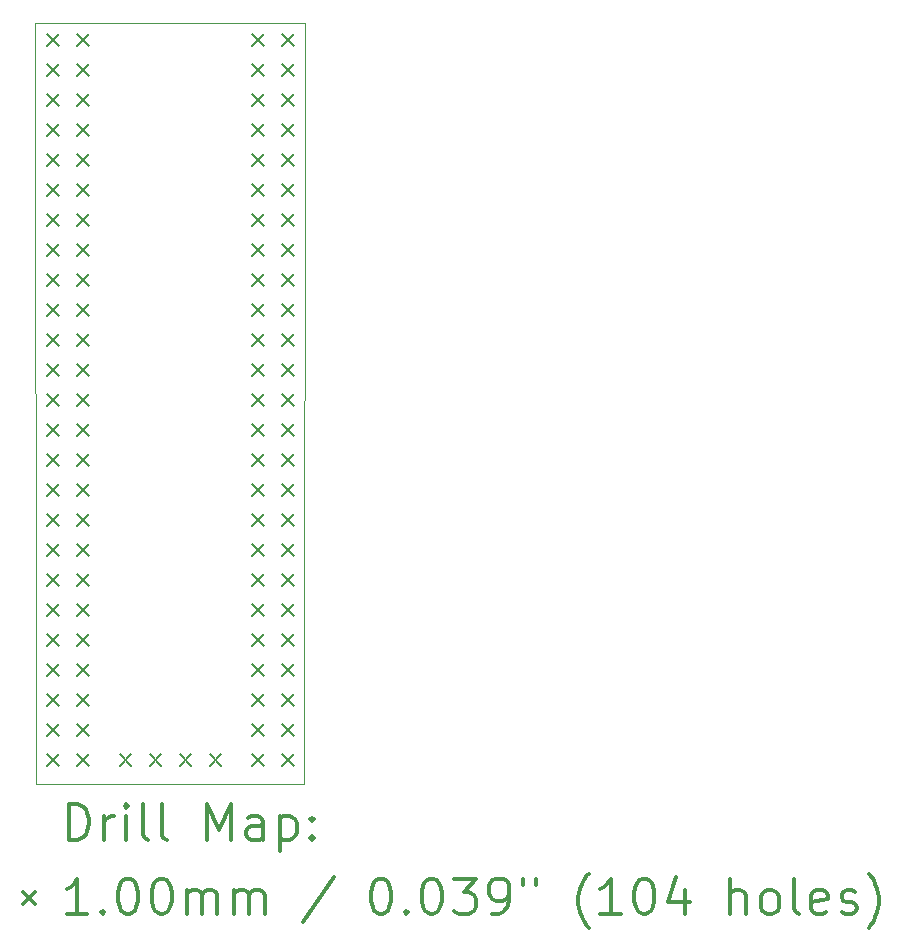
<source format=gbr>
%FSLAX45Y45*%
G04 Gerber Fmt 4.5, Leading zero omitted, Abs format (unit mm)*
G04 Created by KiCad (PCBNEW (5.1.9)-1) date 2021-07-31 16:05:13*
%MOMM*%
%LPD*%
G01*
G04 APERTURE LIST*
%TA.AperFunction,Profile*%
%ADD10C,0.050000*%
%TD*%
%ADD11C,0.200000*%
%ADD12C,0.300000*%
G04 APERTURE END LIST*
D10*
X13875512Y-10427208D02*
X13880592Y-10427208D01*
X13875512Y-10211308D02*
X13875512Y-10427208D01*
X13871448Y-3978148D02*
X13875512Y-10211308D01*
X16150336Y-3978656D02*
X13871448Y-3978148D01*
X16148304Y-10426700D02*
X16150336Y-3978656D01*
X13880592Y-10427208D02*
X16148304Y-10426700D01*
D11*
X13970292Y-4075976D02*
X14070292Y-4175976D01*
X14070292Y-4075976D02*
X13970292Y-4175976D01*
X13970292Y-4329976D02*
X14070292Y-4429976D01*
X14070292Y-4329976D02*
X13970292Y-4429976D01*
X13970292Y-4583976D02*
X14070292Y-4683976D01*
X14070292Y-4583976D02*
X13970292Y-4683976D01*
X13970292Y-4837976D02*
X14070292Y-4937976D01*
X14070292Y-4837976D02*
X13970292Y-4937976D01*
X13970292Y-5091976D02*
X14070292Y-5191976D01*
X14070292Y-5091976D02*
X13970292Y-5191976D01*
X13970292Y-5345976D02*
X14070292Y-5445976D01*
X14070292Y-5345976D02*
X13970292Y-5445976D01*
X13970292Y-5599976D02*
X14070292Y-5699976D01*
X14070292Y-5599976D02*
X13970292Y-5699976D01*
X13970292Y-5853976D02*
X14070292Y-5953976D01*
X14070292Y-5853976D02*
X13970292Y-5953976D01*
X13970292Y-6107976D02*
X14070292Y-6207976D01*
X14070292Y-6107976D02*
X13970292Y-6207976D01*
X13970292Y-6361976D02*
X14070292Y-6461976D01*
X14070292Y-6361976D02*
X13970292Y-6461976D01*
X13970292Y-6615976D02*
X14070292Y-6715976D01*
X14070292Y-6615976D02*
X13970292Y-6715976D01*
X13970292Y-6869976D02*
X14070292Y-6969976D01*
X14070292Y-6869976D02*
X13970292Y-6969976D01*
X13970292Y-7123976D02*
X14070292Y-7223976D01*
X14070292Y-7123976D02*
X13970292Y-7223976D01*
X13970292Y-7377976D02*
X14070292Y-7477976D01*
X14070292Y-7377976D02*
X13970292Y-7477976D01*
X13970292Y-7631976D02*
X14070292Y-7731976D01*
X14070292Y-7631976D02*
X13970292Y-7731976D01*
X13970292Y-7885976D02*
X14070292Y-7985976D01*
X14070292Y-7885976D02*
X13970292Y-7985976D01*
X13970292Y-8139976D02*
X14070292Y-8239976D01*
X14070292Y-8139976D02*
X13970292Y-8239976D01*
X13970292Y-8393976D02*
X14070292Y-8493976D01*
X14070292Y-8393976D02*
X13970292Y-8493976D01*
X13970292Y-8647976D02*
X14070292Y-8747976D01*
X14070292Y-8647976D02*
X13970292Y-8747976D01*
X13970292Y-8901976D02*
X14070292Y-9001976D01*
X14070292Y-8901976D02*
X13970292Y-9001976D01*
X13970292Y-9155976D02*
X14070292Y-9255976D01*
X14070292Y-9155976D02*
X13970292Y-9255976D01*
X13970292Y-9409976D02*
X14070292Y-9509976D01*
X14070292Y-9409976D02*
X13970292Y-9509976D01*
X13970292Y-9663976D02*
X14070292Y-9763976D01*
X14070292Y-9663976D02*
X13970292Y-9763976D01*
X13970292Y-9917976D02*
X14070292Y-10017976D01*
X14070292Y-9917976D02*
X13970292Y-10017976D01*
X13970292Y-10171976D02*
X14070292Y-10271976D01*
X14070292Y-10171976D02*
X13970292Y-10271976D01*
X14224292Y-4075976D02*
X14324292Y-4175976D01*
X14324292Y-4075976D02*
X14224292Y-4175976D01*
X14224292Y-4329976D02*
X14324292Y-4429976D01*
X14324292Y-4329976D02*
X14224292Y-4429976D01*
X14224292Y-4583976D02*
X14324292Y-4683976D01*
X14324292Y-4583976D02*
X14224292Y-4683976D01*
X14224292Y-4837976D02*
X14324292Y-4937976D01*
X14324292Y-4837976D02*
X14224292Y-4937976D01*
X14224292Y-5091976D02*
X14324292Y-5191976D01*
X14324292Y-5091976D02*
X14224292Y-5191976D01*
X14224292Y-5345976D02*
X14324292Y-5445976D01*
X14324292Y-5345976D02*
X14224292Y-5445976D01*
X14224292Y-5599976D02*
X14324292Y-5699976D01*
X14324292Y-5599976D02*
X14224292Y-5699976D01*
X14224292Y-5853976D02*
X14324292Y-5953976D01*
X14324292Y-5853976D02*
X14224292Y-5953976D01*
X14224292Y-6107976D02*
X14324292Y-6207976D01*
X14324292Y-6107976D02*
X14224292Y-6207976D01*
X14224292Y-6361976D02*
X14324292Y-6461976D01*
X14324292Y-6361976D02*
X14224292Y-6461976D01*
X14224292Y-6615976D02*
X14324292Y-6715976D01*
X14324292Y-6615976D02*
X14224292Y-6715976D01*
X14224292Y-6869976D02*
X14324292Y-6969976D01*
X14324292Y-6869976D02*
X14224292Y-6969976D01*
X14224292Y-7123976D02*
X14324292Y-7223976D01*
X14324292Y-7123976D02*
X14224292Y-7223976D01*
X14224292Y-7377976D02*
X14324292Y-7477976D01*
X14324292Y-7377976D02*
X14224292Y-7477976D01*
X14224292Y-7631976D02*
X14324292Y-7731976D01*
X14324292Y-7631976D02*
X14224292Y-7731976D01*
X14224292Y-7885976D02*
X14324292Y-7985976D01*
X14324292Y-7885976D02*
X14224292Y-7985976D01*
X14224292Y-8139976D02*
X14324292Y-8239976D01*
X14324292Y-8139976D02*
X14224292Y-8239976D01*
X14224292Y-8393976D02*
X14324292Y-8493976D01*
X14324292Y-8393976D02*
X14224292Y-8493976D01*
X14224292Y-8647976D02*
X14324292Y-8747976D01*
X14324292Y-8647976D02*
X14224292Y-8747976D01*
X14224292Y-8901976D02*
X14324292Y-9001976D01*
X14324292Y-8901976D02*
X14224292Y-9001976D01*
X14224292Y-9155976D02*
X14324292Y-9255976D01*
X14324292Y-9155976D02*
X14224292Y-9255976D01*
X14224292Y-9409976D02*
X14324292Y-9509976D01*
X14324292Y-9409976D02*
X14224292Y-9509976D01*
X14224292Y-9663976D02*
X14324292Y-9763976D01*
X14324292Y-9663976D02*
X14224292Y-9763976D01*
X14224292Y-9917976D02*
X14324292Y-10017976D01*
X14324292Y-9917976D02*
X14224292Y-10017976D01*
X14224292Y-10171976D02*
X14324292Y-10271976D01*
X14324292Y-10171976D02*
X14224292Y-10271976D01*
X14583956Y-10171976D02*
X14683956Y-10271976D01*
X14683956Y-10171976D02*
X14583956Y-10271976D01*
X14837956Y-10171976D02*
X14937956Y-10271976D01*
X14937956Y-10171976D02*
X14837956Y-10271976D01*
X15091956Y-10171976D02*
X15191956Y-10271976D01*
X15191956Y-10171976D02*
X15091956Y-10271976D01*
X15345956Y-10171976D02*
X15445956Y-10271976D01*
X15445956Y-10171976D02*
X15345956Y-10271976D01*
X15704604Y-4075976D02*
X15804604Y-4175976D01*
X15804604Y-4075976D02*
X15704604Y-4175976D01*
X15704604Y-4329976D02*
X15804604Y-4429976D01*
X15804604Y-4329976D02*
X15704604Y-4429976D01*
X15704604Y-4583976D02*
X15804604Y-4683976D01*
X15804604Y-4583976D02*
X15704604Y-4683976D01*
X15704604Y-4837976D02*
X15804604Y-4937976D01*
X15804604Y-4837976D02*
X15704604Y-4937976D01*
X15704604Y-5091976D02*
X15804604Y-5191976D01*
X15804604Y-5091976D02*
X15704604Y-5191976D01*
X15704604Y-5345976D02*
X15804604Y-5445976D01*
X15804604Y-5345976D02*
X15704604Y-5445976D01*
X15704604Y-5599976D02*
X15804604Y-5699976D01*
X15804604Y-5599976D02*
X15704604Y-5699976D01*
X15704604Y-5853976D02*
X15804604Y-5953976D01*
X15804604Y-5853976D02*
X15704604Y-5953976D01*
X15704604Y-6107976D02*
X15804604Y-6207976D01*
X15804604Y-6107976D02*
X15704604Y-6207976D01*
X15704604Y-6361976D02*
X15804604Y-6461976D01*
X15804604Y-6361976D02*
X15704604Y-6461976D01*
X15704604Y-6615976D02*
X15804604Y-6715976D01*
X15804604Y-6615976D02*
X15704604Y-6715976D01*
X15704604Y-6869976D02*
X15804604Y-6969976D01*
X15804604Y-6869976D02*
X15704604Y-6969976D01*
X15704604Y-7123976D02*
X15804604Y-7223976D01*
X15804604Y-7123976D02*
X15704604Y-7223976D01*
X15704604Y-7377976D02*
X15804604Y-7477976D01*
X15804604Y-7377976D02*
X15704604Y-7477976D01*
X15704604Y-7631976D02*
X15804604Y-7731976D01*
X15804604Y-7631976D02*
X15704604Y-7731976D01*
X15704604Y-7885976D02*
X15804604Y-7985976D01*
X15804604Y-7885976D02*
X15704604Y-7985976D01*
X15704604Y-8139976D02*
X15804604Y-8239976D01*
X15804604Y-8139976D02*
X15704604Y-8239976D01*
X15704604Y-8393976D02*
X15804604Y-8493976D01*
X15804604Y-8393976D02*
X15704604Y-8493976D01*
X15704604Y-8647976D02*
X15804604Y-8747976D01*
X15804604Y-8647976D02*
X15704604Y-8747976D01*
X15704604Y-8901976D02*
X15804604Y-9001976D01*
X15804604Y-8901976D02*
X15704604Y-9001976D01*
X15704604Y-9155976D02*
X15804604Y-9255976D01*
X15804604Y-9155976D02*
X15704604Y-9255976D01*
X15704604Y-9409976D02*
X15804604Y-9509976D01*
X15804604Y-9409976D02*
X15704604Y-9509976D01*
X15704604Y-9663976D02*
X15804604Y-9763976D01*
X15804604Y-9663976D02*
X15704604Y-9763976D01*
X15704604Y-9917976D02*
X15804604Y-10017976D01*
X15804604Y-9917976D02*
X15704604Y-10017976D01*
X15704604Y-10171976D02*
X15804604Y-10271976D01*
X15804604Y-10171976D02*
X15704604Y-10271976D01*
X15958604Y-4075976D02*
X16058604Y-4175976D01*
X16058604Y-4075976D02*
X15958604Y-4175976D01*
X15958604Y-4329976D02*
X16058604Y-4429976D01*
X16058604Y-4329976D02*
X15958604Y-4429976D01*
X15958604Y-4583976D02*
X16058604Y-4683976D01*
X16058604Y-4583976D02*
X15958604Y-4683976D01*
X15958604Y-4837976D02*
X16058604Y-4937976D01*
X16058604Y-4837976D02*
X15958604Y-4937976D01*
X15958604Y-5091976D02*
X16058604Y-5191976D01*
X16058604Y-5091976D02*
X15958604Y-5191976D01*
X15958604Y-5345976D02*
X16058604Y-5445976D01*
X16058604Y-5345976D02*
X15958604Y-5445976D01*
X15958604Y-5599976D02*
X16058604Y-5699976D01*
X16058604Y-5599976D02*
X15958604Y-5699976D01*
X15958604Y-5853976D02*
X16058604Y-5953976D01*
X16058604Y-5853976D02*
X15958604Y-5953976D01*
X15958604Y-6107976D02*
X16058604Y-6207976D01*
X16058604Y-6107976D02*
X15958604Y-6207976D01*
X15958604Y-6361976D02*
X16058604Y-6461976D01*
X16058604Y-6361976D02*
X15958604Y-6461976D01*
X15958604Y-6615976D02*
X16058604Y-6715976D01*
X16058604Y-6615976D02*
X15958604Y-6715976D01*
X15958604Y-6869976D02*
X16058604Y-6969976D01*
X16058604Y-6869976D02*
X15958604Y-6969976D01*
X15958604Y-7123976D02*
X16058604Y-7223976D01*
X16058604Y-7123976D02*
X15958604Y-7223976D01*
X15958604Y-7377976D02*
X16058604Y-7477976D01*
X16058604Y-7377976D02*
X15958604Y-7477976D01*
X15958604Y-7631976D02*
X16058604Y-7731976D01*
X16058604Y-7631976D02*
X15958604Y-7731976D01*
X15958604Y-7885976D02*
X16058604Y-7985976D01*
X16058604Y-7885976D02*
X15958604Y-7985976D01*
X15958604Y-8139976D02*
X16058604Y-8239976D01*
X16058604Y-8139976D02*
X15958604Y-8239976D01*
X15958604Y-8393976D02*
X16058604Y-8493976D01*
X16058604Y-8393976D02*
X15958604Y-8493976D01*
X15958604Y-8647976D02*
X16058604Y-8747976D01*
X16058604Y-8647976D02*
X15958604Y-8747976D01*
X15958604Y-8901976D02*
X16058604Y-9001976D01*
X16058604Y-8901976D02*
X15958604Y-9001976D01*
X15958604Y-9155976D02*
X16058604Y-9255976D01*
X16058604Y-9155976D02*
X15958604Y-9255976D01*
X15958604Y-9409976D02*
X16058604Y-9509976D01*
X16058604Y-9409976D02*
X15958604Y-9509976D01*
X15958604Y-9663976D02*
X16058604Y-9763976D01*
X16058604Y-9663976D02*
X15958604Y-9763976D01*
X15958604Y-9917976D02*
X16058604Y-10017976D01*
X16058604Y-9917976D02*
X15958604Y-10017976D01*
X15958604Y-10171976D02*
X16058604Y-10271976D01*
X16058604Y-10171976D02*
X15958604Y-10271976D01*
D12*
X14155376Y-10895422D02*
X14155376Y-10595422D01*
X14226805Y-10595422D01*
X14269662Y-10609708D01*
X14298234Y-10638280D01*
X14312519Y-10666851D01*
X14326805Y-10723994D01*
X14326805Y-10766851D01*
X14312519Y-10823994D01*
X14298234Y-10852565D01*
X14269662Y-10881137D01*
X14226805Y-10895422D01*
X14155376Y-10895422D01*
X14455376Y-10895422D02*
X14455376Y-10695422D01*
X14455376Y-10752565D02*
X14469662Y-10723994D01*
X14483948Y-10709708D01*
X14512519Y-10695422D01*
X14541091Y-10695422D01*
X14641091Y-10895422D02*
X14641091Y-10695422D01*
X14641091Y-10595422D02*
X14626805Y-10609708D01*
X14641091Y-10623994D01*
X14655376Y-10609708D01*
X14641091Y-10595422D01*
X14641091Y-10623994D01*
X14826805Y-10895422D02*
X14798234Y-10881137D01*
X14783948Y-10852565D01*
X14783948Y-10595422D01*
X14983948Y-10895422D02*
X14955376Y-10881137D01*
X14941091Y-10852565D01*
X14941091Y-10595422D01*
X15326805Y-10895422D02*
X15326805Y-10595422D01*
X15426805Y-10809708D01*
X15526805Y-10595422D01*
X15526805Y-10895422D01*
X15798234Y-10895422D02*
X15798234Y-10738280D01*
X15783948Y-10709708D01*
X15755376Y-10695422D01*
X15698234Y-10695422D01*
X15669662Y-10709708D01*
X15798234Y-10881137D02*
X15769662Y-10895422D01*
X15698234Y-10895422D01*
X15669662Y-10881137D01*
X15655376Y-10852565D01*
X15655376Y-10823994D01*
X15669662Y-10795422D01*
X15698234Y-10781137D01*
X15769662Y-10781137D01*
X15798234Y-10766851D01*
X15941091Y-10695422D02*
X15941091Y-10995422D01*
X15941091Y-10709708D02*
X15969662Y-10695422D01*
X16026805Y-10695422D01*
X16055376Y-10709708D01*
X16069662Y-10723994D01*
X16083948Y-10752565D01*
X16083948Y-10838280D01*
X16069662Y-10866851D01*
X16055376Y-10881137D01*
X16026805Y-10895422D01*
X15969662Y-10895422D01*
X15941091Y-10881137D01*
X16212519Y-10866851D02*
X16226805Y-10881137D01*
X16212519Y-10895422D01*
X16198234Y-10881137D01*
X16212519Y-10866851D01*
X16212519Y-10895422D01*
X16212519Y-10709708D02*
X16226805Y-10723994D01*
X16212519Y-10738280D01*
X16198234Y-10723994D01*
X16212519Y-10709708D01*
X16212519Y-10738280D01*
X13768948Y-11339708D02*
X13868948Y-11439708D01*
X13868948Y-11339708D02*
X13768948Y-11439708D01*
X14312519Y-11525422D02*
X14141091Y-11525422D01*
X14226805Y-11525422D02*
X14226805Y-11225422D01*
X14198234Y-11268279D01*
X14169662Y-11296851D01*
X14141091Y-11311137D01*
X14441091Y-11496851D02*
X14455376Y-11511137D01*
X14441091Y-11525422D01*
X14426805Y-11511137D01*
X14441091Y-11496851D01*
X14441091Y-11525422D01*
X14641091Y-11225422D02*
X14669662Y-11225422D01*
X14698234Y-11239708D01*
X14712519Y-11253994D01*
X14726805Y-11282565D01*
X14741091Y-11339708D01*
X14741091Y-11411137D01*
X14726805Y-11468279D01*
X14712519Y-11496851D01*
X14698234Y-11511137D01*
X14669662Y-11525422D01*
X14641091Y-11525422D01*
X14612519Y-11511137D01*
X14598234Y-11496851D01*
X14583948Y-11468279D01*
X14569662Y-11411137D01*
X14569662Y-11339708D01*
X14583948Y-11282565D01*
X14598234Y-11253994D01*
X14612519Y-11239708D01*
X14641091Y-11225422D01*
X14926805Y-11225422D02*
X14955376Y-11225422D01*
X14983948Y-11239708D01*
X14998234Y-11253994D01*
X15012519Y-11282565D01*
X15026805Y-11339708D01*
X15026805Y-11411137D01*
X15012519Y-11468279D01*
X14998234Y-11496851D01*
X14983948Y-11511137D01*
X14955376Y-11525422D01*
X14926805Y-11525422D01*
X14898234Y-11511137D01*
X14883948Y-11496851D01*
X14869662Y-11468279D01*
X14855376Y-11411137D01*
X14855376Y-11339708D01*
X14869662Y-11282565D01*
X14883948Y-11253994D01*
X14898234Y-11239708D01*
X14926805Y-11225422D01*
X15155376Y-11525422D02*
X15155376Y-11325422D01*
X15155376Y-11353994D02*
X15169662Y-11339708D01*
X15198234Y-11325422D01*
X15241091Y-11325422D01*
X15269662Y-11339708D01*
X15283948Y-11368279D01*
X15283948Y-11525422D01*
X15283948Y-11368279D02*
X15298234Y-11339708D01*
X15326805Y-11325422D01*
X15369662Y-11325422D01*
X15398234Y-11339708D01*
X15412519Y-11368279D01*
X15412519Y-11525422D01*
X15555376Y-11525422D02*
X15555376Y-11325422D01*
X15555376Y-11353994D02*
X15569662Y-11339708D01*
X15598234Y-11325422D01*
X15641091Y-11325422D01*
X15669662Y-11339708D01*
X15683948Y-11368279D01*
X15683948Y-11525422D01*
X15683948Y-11368279D02*
X15698234Y-11339708D01*
X15726805Y-11325422D01*
X15769662Y-11325422D01*
X15798234Y-11339708D01*
X15812519Y-11368279D01*
X15812519Y-11525422D01*
X16398234Y-11211137D02*
X16141091Y-11596851D01*
X16783948Y-11225422D02*
X16812519Y-11225422D01*
X16841091Y-11239708D01*
X16855376Y-11253994D01*
X16869662Y-11282565D01*
X16883948Y-11339708D01*
X16883948Y-11411137D01*
X16869662Y-11468279D01*
X16855376Y-11496851D01*
X16841091Y-11511137D01*
X16812519Y-11525422D01*
X16783948Y-11525422D01*
X16755376Y-11511137D01*
X16741091Y-11496851D01*
X16726805Y-11468279D01*
X16712519Y-11411137D01*
X16712519Y-11339708D01*
X16726805Y-11282565D01*
X16741091Y-11253994D01*
X16755376Y-11239708D01*
X16783948Y-11225422D01*
X17012519Y-11496851D02*
X17026805Y-11511137D01*
X17012519Y-11525422D01*
X16998234Y-11511137D01*
X17012519Y-11496851D01*
X17012519Y-11525422D01*
X17212519Y-11225422D02*
X17241091Y-11225422D01*
X17269662Y-11239708D01*
X17283948Y-11253994D01*
X17298234Y-11282565D01*
X17312519Y-11339708D01*
X17312519Y-11411137D01*
X17298234Y-11468279D01*
X17283948Y-11496851D01*
X17269662Y-11511137D01*
X17241091Y-11525422D01*
X17212519Y-11525422D01*
X17183948Y-11511137D01*
X17169662Y-11496851D01*
X17155376Y-11468279D01*
X17141091Y-11411137D01*
X17141091Y-11339708D01*
X17155376Y-11282565D01*
X17169662Y-11253994D01*
X17183948Y-11239708D01*
X17212519Y-11225422D01*
X17412519Y-11225422D02*
X17598234Y-11225422D01*
X17498234Y-11339708D01*
X17541091Y-11339708D01*
X17569662Y-11353994D01*
X17583948Y-11368279D01*
X17598234Y-11396851D01*
X17598234Y-11468279D01*
X17583948Y-11496851D01*
X17569662Y-11511137D01*
X17541091Y-11525422D01*
X17455376Y-11525422D01*
X17426805Y-11511137D01*
X17412519Y-11496851D01*
X17741091Y-11525422D02*
X17798234Y-11525422D01*
X17826805Y-11511137D01*
X17841091Y-11496851D01*
X17869662Y-11453994D01*
X17883948Y-11396851D01*
X17883948Y-11282565D01*
X17869662Y-11253994D01*
X17855376Y-11239708D01*
X17826805Y-11225422D01*
X17769662Y-11225422D01*
X17741091Y-11239708D01*
X17726805Y-11253994D01*
X17712519Y-11282565D01*
X17712519Y-11353994D01*
X17726805Y-11382565D01*
X17741091Y-11396851D01*
X17769662Y-11411137D01*
X17826805Y-11411137D01*
X17855376Y-11396851D01*
X17869662Y-11382565D01*
X17883948Y-11353994D01*
X17998234Y-11225422D02*
X17998234Y-11282565D01*
X18112519Y-11225422D02*
X18112519Y-11282565D01*
X18555376Y-11639708D02*
X18541091Y-11625422D01*
X18512519Y-11582565D01*
X18498234Y-11553994D01*
X18483948Y-11511137D01*
X18469662Y-11439708D01*
X18469662Y-11382565D01*
X18483948Y-11311137D01*
X18498234Y-11268279D01*
X18512519Y-11239708D01*
X18541091Y-11196851D01*
X18555376Y-11182565D01*
X18826805Y-11525422D02*
X18655376Y-11525422D01*
X18741091Y-11525422D02*
X18741091Y-11225422D01*
X18712519Y-11268279D01*
X18683948Y-11296851D01*
X18655376Y-11311137D01*
X19012519Y-11225422D02*
X19041091Y-11225422D01*
X19069662Y-11239708D01*
X19083948Y-11253994D01*
X19098234Y-11282565D01*
X19112519Y-11339708D01*
X19112519Y-11411137D01*
X19098234Y-11468279D01*
X19083948Y-11496851D01*
X19069662Y-11511137D01*
X19041091Y-11525422D01*
X19012519Y-11525422D01*
X18983948Y-11511137D01*
X18969662Y-11496851D01*
X18955376Y-11468279D01*
X18941091Y-11411137D01*
X18941091Y-11339708D01*
X18955376Y-11282565D01*
X18969662Y-11253994D01*
X18983948Y-11239708D01*
X19012519Y-11225422D01*
X19369662Y-11325422D02*
X19369662Y-11525422D01*
X19298234Y-11211137D02*
X19226805Y-11425422D01*
X19412519Y-11425422D01*
X19755376Y-11525422D02*
X19755376Y-11225422D01*
X19883948Y-11525422D02*
X19883948Y-11368279D01*
X19869662Y-11339708D01*
X19841091Y-11325422D01*
X19798234Y-11325422D01*
X19769662Y-11339708D01*
X19755376Y-11353994D01*
X20069662Y-11525422D02*
X20041091Y-11511137D01*
X20026805Y-11496851D01*
X20012519Y-11468279D01*
X20012519Y-11382565D01*
X20026805Y-11353994D01*
X20041091Y-11339708D01*
X20069662Y-11325422D01*
X20112519Y-11325422D01*
X20141091Y-11339708D01*
X20155376Y-11353994D01*
X20169662Y-11382565D01*
X20169662Y-11468279D01*
X20155376Y-11496851D01*
X20141091Y-11511137D01*
X20112519Y-11525422D01*
X20069662Y-11525422D01*
X20341091Y-11525422D02*
X20312519Y-11511137D01*
X20298234Y-11482565D01*
X20298234Y-11225422D01*
X20569662Y-11511137D02*
X20541091Y-11525422D01*
X20483948Y-11525422D01*
X20455376Y-11511137D01*
X20441091Y-11482565D01*
X20441091Y-11368279D01*
X20455376Y-11339708D01*
X20483948Y-11325422D01*
X20541091Y-11325422D01*
X20569662Y-11339708D01*
X20583948Y-11368279D01*
X20583948Y-11396851D01*
X20441091Y-11425422D01*
X20698234Y-11511137D02*
X20726805Y-11525422D01*
X20783948Y-11525422D01*
X20812519Y-11511137D01*
X20826805Y-11482565D01*
X20826805Y-11468279D01*
X20812519Y-11439708D01*
X20783948Y-11425422D01*
X20741091Y-11425422D01*
X20712519Y-11411137D01*
X20698234Y-11382565D01*
X20698234Y-11368279D01*
X20712519Y-11339708D01*
X20741091Y-11325422D01*
X20783948Y-11325422D01*
X20812519Y-11339708D01*
X20926805Y-11639708D02*
X20941091Y-11625422D01*
X20969662Y-11582565D01*
X20983948Y-11553994D01*
X20998234Y-11511137D01*
X21012519Y-11439708D01*
X21012519Y-11382565D01*
X20998234Y-11311137D01*
X20983948Y-11268279D01*
X20969662Y-11239708D01*
X20941091Y-11196851D01*
X20926805Y-11182565D01*
M02*

</source>
